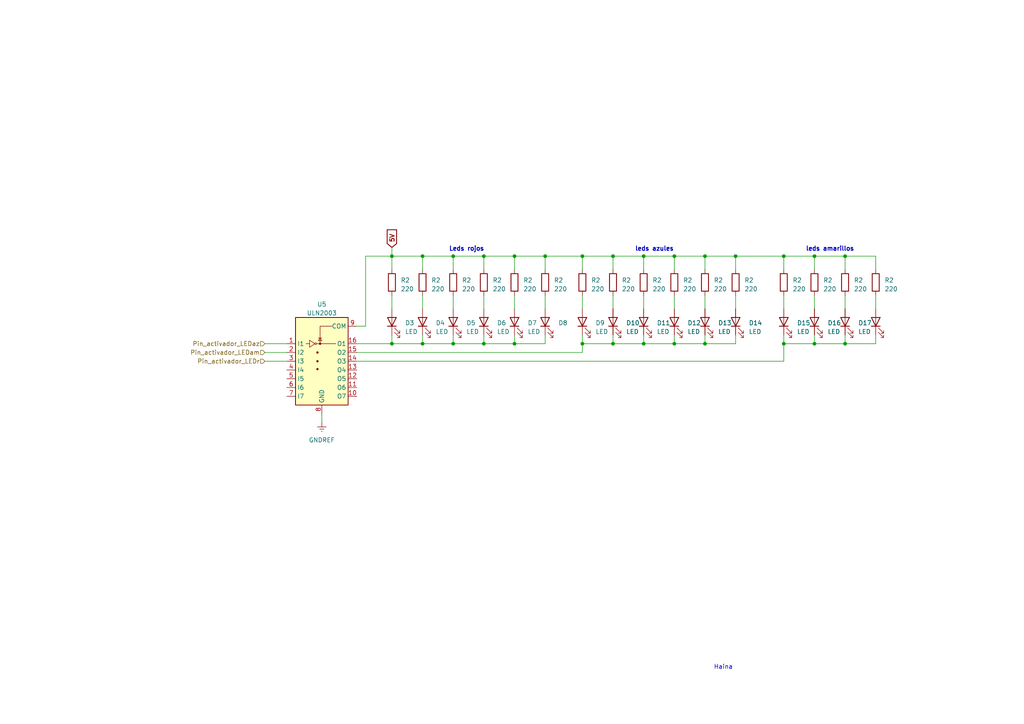
<source format=kicad_sch>
(kicad_sch (version 20230121) (generator eeschema)
  (paper "A4")
  (lib_symbols
    (symbol "Device:LED" (pin_numbers hide) (pin_names (offset 1.016) hide)
      (property "Reference" "D" (at 0 2.54 0))
      (property "Value" "LED" (at 0 -2.54 0))
      (symbol "LED_0_1"
        (polyline (pts (xy -1.27 -1.27) (xy -1.27 1.27)) (stroke (width 0.254)))
        (polyline (pts (xy -1.27 0) (xy 1.27 0)))
        (polyline (pts (xy 1.27 -1.27) (xy 1.27 1.27) (xy -1.27 0) (xy 1.27 -1.27)) (stroke (width 0.254)))
        (polyline (pts (xy -3.048 -0.762) (xy -4.572 -2.286) (xy -3.81 -2.286) (xy -4.572 -2.286) (xy -4.572 -1.524)))
        (polyline (pts (xy -1.778 -0.762) (xy -3.302 -2.286) (xy -2.54 -2.286) (xy -3.302 -2.286) (xy -3.302 -1.524)))
      )
      (symbol "LED_1_1"
        (pin passive line (at -3.81 0 0) (length 2.54) (name "K") (number "1"))
        (pin passive line (at 3.81 0 180) (length 2.54) (name "A") (number "2"))
      )
    )
    (symbol "Device:R" (pin_numbers hide) (pin_names (offset 0))
      (property "Reference" "R" (at 2.032 0 90))
      (property "Value" "R" (at 0 0 90))
      (symbol "R_0_1"
        (rectangle (start -1.016 -2.54) (end 1.016 2.54) (stroke (width 0.254)))
      )
      (symbol "R_1_1"
        (pin passive line (at 0 3.81 270) (length 1.27) (name "~") (number "1"))
        (pin passive line (at 0 -3.81 90) (length 1.27) (name "~") (number "2"))
      )
    )
    (symbol "Transistor_Array:ULN2003"
      (property "Reference" "U" (at 0 15.875 0))
      (property "Value" "ULN2003" (at 0 13.97 0))
      (symbol "ULN2003_0_1"
        (rectangle (start -7.62 -12.7) (end 7.62 12.7) (stroke (width 0.254)) (fill (type background)))
        (circle (center -1.778 5.08) (radius 0.254))
        (circle (center -1.27 -2.286) (radius 0.254) (fill (type outline)))
        (circle (center -1.27 0) (radius 0.254) (fill (type outline)))
        (circle (center -1.27 2.54) (radius 0.254) (fill (type outline)))
        (circle (center -0.508 5.08) (radius 0.254) (fill (type outline)))
        (polyline (pts (xy -4.572 5.08) (xy -3.556 5.08)))
        (polyline (pts (xy -1.524 5.08) (xy 4.064 5.08)))
        (polyline (pts (xy 0 6.731) (xy -1.016 6.731)))
        (polyline (pts (xy -0.508 5.08) (xy -0.508 10.16) (xy 2.921 10.16)))
        (polyline (pts (xy -3.556 6.096) (xy -3.556 4.064) (xy -2.032 5.08) (xy -3.556 6.096)))
        (polyline (pts (xy 0 5.969) (xy -1.016 5.969) (xy -0.508 6.731) (xy 0 5.969)))
      )
      (symbol "ULN2003_1_1"
        (pin input line (at -10.16 5.08 0) (length 2.54) (name "I1") (number "1"))
        (pin open_collector line (at 10.16 -10.16 180) (length 2.54) (name "O7") (number "10"))
        (pin open_collector line (at 10.16 -7.62 180) (length 2.54) (name "O6") (number "11"))
        (pin open_collector line (at 10.16 -5.08 180) (length 2.54) (name "O5") (number "12"))
        (pin open_collector line (at 10.16 -2.54 180) (length 2.54) (name "O4") (number "13"))
        (pin open_collector line (at 10.16 0 180) (length 2.54) (name "O3") (number "14"))
        (pin open_collector line (at 10.16 2.54 180) (length 2.54) (name "O2") (number "15"))
        (pin open_collector line (at 10.16 5.08 180) (length 2.54) (name "O1") (number "16"))
        (pin input line (at -10.16 2.54 0) (length 2.54) (name "I2") (number "2"))
        (pin input line (at -10.16 0 0) (length 2.54) (name "I3") (number "3"))
        (pin input line (at -10.16 -2.54 0) (length 2.54) (name "I4") (number "4"))
        (pin input line (at -10.16 -5.08 0) (length 2.54) (name "I5") (number "5"))
        (pin input line (at -10.16 -7.62 0) (length 2.54) (name "I6") (number "6"))
        (pin input line (at -10.16 -10.16 0) (length 2.54) (name "I7") (number "7"))
        (pin power_in line (at 0 -15.24 90) (length 2.54) (name "GND") (number "8"))
        (pin passive line (at 10.16 10.16 180) (length 2.54) (name "COM") (number "9"))
      )
    )
    (symbol "power:GNDREF" (power) (pin_names (offset 0))
      (property "Value" "GNDREF" (at 0 -3.81 0))
      (symbol "GNDREF_0_1"
        (polyline (pts (xy -0.635 -1.905) (xy 0.635 -1.905)))
        (polyline (pts (xy -0.127 -2.54) (xy 0.127 -2.54)))
        (polyline (pts (xy 0 -1.27) (xy 0 0)))
        (polyline (pts (xy 1.27 -1.27) (xy -1.27 -1.27)))
      )
      (symbol "GNDREF_1_1"
        (pin power_in line (at 0 0 270) (length 0) hide (name "GNDREF") (number "1"))
      )
    )
  )
  (junction (at 131.445 99.695))
  (junction (at 140.335 99.695))
  (junction (at 245.11 74.295))
  (junction (at 113.665 99.695))
  (junction (at 213.36 74.295))
  (junction (at 158.115 74.295))
  (junction (at 131.445 74.295))
  (junction (at 245.11 99.695))
  (junction (at 168.91 74.295))
  (junction (at 204.47 74.295))
  (junction (at 236.22 99.695))
  (junction (at 149.225 74.295))
  (junction (at 236.22 74.295))
  (junction (at 186.69 99.695))
  (junction (at 204.47 99.695))
  (junction (at 227.33 99.695))
  (junction (at 140.335 74.295))
  (junction (at 177.8 74.295))
  (junction (at 227.33 74.295))
  (junction (at 195.58 99.695))
  (junction (at 168.91 99.695))
  (junction (at 122.555 99.695))
  (junction (at 177.8 99.695))
  (junction (at 195.58 74.295))
  (junction (at 149.225 99.695))
  (junction (at 113.665 74.295))
  (junction (at 186.69 74.295))
  (junction (at 122.555 74.295))
  (wire (pts (xy 122.555 85.725) (xy 122.555 89.535)))
  (wire (pts (xy 177.8 74.295) (xy 186.69 74.295)))
  (wire (pts (xy 168.91 85.725) (xy 168.91 89.535)))
  (wire (pts (xy 168.91 97.155) (xy 168.91 99.695)))
  (wire (pts (xy 227.33 74.295) (xy 227.33 78.105)))
  (wire (pts (xy 122.555 74.295) (xy 131.445 74.295)))
  (wire (pts (xy 227.33 74.295) (xy 236.22 74.295)))
  (wire (pts (xy 213.36 97.155) (xy 213.36 99.695)))
  (wire (pts (xy 113.665 99.695) (xy 103.505 99.695)))
  (wire (pts (xy 106.045 94.615) (xy 106.045 74.295)))
  (wire (pts (xy 245.11 97.155) (xy 245.11 99.695)))
  (wire (pts (xy 103.505 102.235) (xy 168.91 102.235)))
  (wire (pts (xy 168.91 99.695) (xy 168.91 102.235)))
  (wire (pts (xy 149.225 74.295) (xy 158.115 74.295)))
  (wire (pts (xy 168.91 74.295) (xy 177.8 74.295)))
  (wire (pts (xy 236.22 74.295) (xy 236.22 78.105)))
  (wire (pts (xy 195.58 85.725) (xy 195.58 89.535)))
  (wire (pts (xy 227.33 97.155) (xy 227.33 99.695)))
  (wire (pts (xy 186.69 99.695) (xy 195.58 99.695)))
  (wire (pts (xy 195.58 74.295) (xy 204.47 74.295)))
  (wire (pts (xy 213.36 74.295) (xy 213.36 78.105)))
  (wire (pts (xy 177.8 97.155) (xy 177.8 99.695)))
  (wire (pts (xy 236.22 85.725) (xy 236.22 89.535)))
  (wire (pts (xy 158.115 97.155) (xy 158.115 99.695)))
  (wire (pts (xy 227.33 85.725) (xy 227.33 89.535)))
  (wire (pts (xy 93.345 120.015) (xy 93.345 122.555)))
  (wire (pts (xy 245.11 85.725) (xy 245.11 89.535)))
  (wire (pts (xy 122.555 74.295) (xy 122.555 78.105)))
  (wire (pts (xy 204.47 97.155) (xy 204.47 99.695)))
  (wire (pts (xy 245.11 74.295) (xy 254 74.295)))
  (wire (pts (xy 245.11 74.295) (xy 245.11 78.105)))
  (wire (pts (xy 103.505 104.775) (xy 227.33 104.775)))
  (wire (pts (xy 177.8 99.695) (xy 186.69 99.695)))
  (wire (pts (xy 195.58 97.155) (xy 195.58 99.695)))
  (wire (pts (xy 204.47 85.725) (xy 204.47 89.535)))
  (wire (pts (xy 186.69 74.295) (xy 186.69 78.105)))
  (wire (pts (xy 131.445 85.725) (xy 131.445 89.535)))
  (wire (pts (xy 140.335 74.295) (xy 149.225 74.295)))
  (wire (pts (xy 131.445 74.295) (xy 131.445 78.105)))
  (wire (pts (xy 236.22 99.695) (xy 227.33 99.695)))
  (wire (pts (xy 113.665 99.695) (xy 122.555 99.695)))
  (wire (pts (xy 254 99.695) (xy 245.11 99.695)))
  (wire (pts (xy 236.22 97.155) (xy 236.22 99.695)))
  (wire (pts (xy 254 85.725) (xy 254 89.535)))
  (wire (pts (xy 245.11 99.695) (xy 236.22 99.695)))
  (wire (pts (xy 158.115 85.725) (xy 158.115 89.535)))
  (wire (pts (xy 158.115 74.295) (xy 158.115 78.105)))
  (wire (pts (xy 236.22 74.295) (xy 245.11 74.295)))
  (wire (pts (xy 186.69 85.725) (xy 186.69 89.535)))
  (wire (pts (xy 140.335 74.295) (xy 140.335 78.105)))
  (wire (pts (xy 227.33 104.775) (xy 227.33 99.695)))
  (wire (pts (xy 168.91 99.695) (xy 177.8 99.695)))
  (wire (pts (xy 140.335 85.725) (xy 140.335 89.535)))
  (wire (pts (xy 177.8 85.725) (xy 177.8 89.535)))
  (wire (pts (xy 186.69 74.295) (xy 195.58 74.295)))
  (wire (pts (xy 254 74.295) (xy 254 78.105)))
  (wire (pts (xy 76.835 102.235) (xy 83.185 102.235)))
  (wire (pts (xy 149.225 99.695) (xy 140.335 99.695)))
  (wire (pts (xy 204.47 74.295) (xy 213.36 74.295)))
  (wire (pts (xy 113.665 74.295) (xy 113.665 78.105)))
  (wire (pts (xy 106.045 74.295) (xy 113.665 74.295)))
  (wire (pts (xy 149.225 97.155) (xy 149.225 99.695)))
  (wire (pts (xy 158.115 99.695) (xy 149.225 99.695)))
  (wire (pts (xy 149.225 74.295) (xy 149.225 78.105)))
  (wire (pts (xy 204.47 74.295) (xy 204.47 78.105)))
  (wire (pts (xy 103.505 94.615) (xy 106.045 94.615)))
  (wire (pts (xy 140.335 97.155) (xy 140.335 99.695)))
  (wire (pts (xy 113.665 85.725) (xy 113.665 89.535)))
  (wire (pts (xy 227.33 74.295) (xy 213.36 74.295)))
  (wire (pts (xy 113.665 74.295) (xy 122.555 74.295)))
  (wire (pts (xy 195.58 99.695) (xy 204.47 99.695)))
  (wire (pts (xy 76.835 104.775) (xy 83.185 104.775)))
  (wire (pts (xy 213.36 99.695) (xy 204.47 99.695)))
  (wire (pts (xy 168.91 74.295) (xy 168.91 78.105)))
  (wire (pts (xy 177.8 74.295) (xy 177.8 78.105)))
  (wire (pts (xy 254 97.155) (xy 254 99.695)))
  (wire (pts (xy 131.445 97.155) (xy 131.445 99.695)))
  (wire (pts (xy 113.665 71.755) (xy 113.665 74.295)))
  (wire (pts (xy 149.225 85.725) (xy 149.225 89.535)))
  (wire (pts (xy 195.58 74.295) (xy 195.58 78.105)))
  (wire (pts (xy 113.665 97.155) (xy 113.665 99.695)))
  (wire (pts (xy 168.91 74.295) (xy 158.115 74.295)))
  (wire (pts (xy 76.835 99.695) (xy 83.185 99.695)))
  (wire (pts (xy 213.36 85.725) (xy 213.36 89.535)))
  (wire (pts (xy 131.445 74.295) (xy 140.335 74.295)))
  (wire (pts (xy 140.335 99.695) (xy 131.445 99.695)))
  (wire (pts (xy 131.445 99.695) (xy 122.555 99.695)))
  (wire (pts (xy 186.69 99.695) (xy 186.69 97.155)))
  (wire (pts (xy 122.555 97.155) (xy 122.555 99.695)))
  (text "leds amarillos" (at 233.68 73.025 0) (effects (font (size 1.27 1.27) bold) (justify left bottom)))
  (text "Haina" (at 207.01 194.31 0) (effects (font (size 1.27 1.27)) (justify left bottom)))
  (text "Leds rojos" (at 130.175 73.025 0) (effects (font (size 1.27 1.27) bold) (justify left bottom)))
  (text "leds azules" (at 184.15 73.025 0) (effects (font (size 1.27 1.27) bold) (justify left bottom)))
  (global_label "5V" (shape input) (at 113.665 71.755 90) (effects (font bold)) (property "Intersheetrefs" "${INTERSHEET_REFS}" (effects hide)))
  (hierarchical_label "Pin_activador_LEDam" (shape input) (at 76.835 102.235 180))
  (hierarchical_label "Pin_activador_LEDr" (shape input) (at 76.835 104.775 180))
  (hierarchical_label "Pin_activador_LEDaz" (shape input) (at 76.835 99.695 180))
  (symbol (lib_id "Device:R") (at 113.665 81.915 0) (unit 1)
    (property "Reference" "R2" (at 116.205 81.28 0) (effects (justify left)))
    (property "Value" "220" (at 116.205 83.82 0) (effects (justify left)))
    (property "Footprint" "Resistor_SMD:R_0603_1608Metric" (effects hide))
    (instances (project "KISS_V2" (path "" (reference "R2") (unit 1)) (path "" (reference "R6") (unit 1))))
  )
  (symbol (lib_id "Device:LED") (at 113.665 93.345 90) (unit 1)
    (property "Reference" "D3" (at 117.475 93.6624 90) (effects (justify right)))
    (property "Value" "LED" (at 117.475 96.2024 90) (effects (justify right)))
    (property "Footprint" "LED_SMD:LED_1206_3216Metric" (effects hide))
    (instances (project "KISS_V2" (path "" (reference "D3") (unit 1))) (project "driver" (path "" (reference "D?") (unit 1))))
  )
  (symbol (lib_id "Device:LED") (at 131.445 93.345 90) (unit 1)
    (property "Reference" "D5" (at 135.255 93.6624 90) (effects (justify right)))
    (property "Value" "LED" (at 135.255 96.2024 90) (effects (justify right)))
    (property "Footprint" "LED_SMD:LED_1206_3216Metric" (effects hide))
    (instances (project "KISS_V2" (path "" (reference "D5") (unit 1))) (project "driver" (path "" (reference "D?") (unit 1))))
  )
  (symbol (lib_id "Device:LED") (at 245.11 93.345 90) (unit 1)
    (property "Reference" "D17" (at 248.92 93.6624 90) (effects (justify right)))
    (property "Value" "LED" (at 248.92 96.2024 90) (effects (justify right)))
    (property "Footprint" "LED_SMD:LED_1206_3216Metric" (effects hide))
    (instances (project "KISS_V2" (path "" (reference "D17") (unit 1))) (project "driver" (path "" (reference "D?") (unit 1))))
  )
  (symbol (lib_id "power:GNDREF") (at 93.345 122.555 0) (unit 1)
    (property "Reference" "#PWR09" (effects hide))
    (property "Value" "GNDREF" (at 89.535 127.635 0) (effects (justify left)))
    (instances (project "KISS_V2" (path "" (reference "#PWR09") (unit 1))) (project "driver" (path "" (reference "#PWR?") (unit 1))))
  )
  (symbol (lib_id "Device:R") (at 204.47 81.915 0) (unit 1)
    (property "Reference" "R2" (at 207.01 81.28 0) (effects (justify left)))
    (property "Value" "220" (at 207.01 83.82 0) (effects (justify left)))
    (property "Footprint" "Resistor_SMD:R_0603_1608Metric" (effects hide))
    (instances (project "KISS_V2" (path "" (reference "R2") (unit 1)) (path "" (reference "R16") (unit 1))))
  )
  (symbol (lib_id "Device:R") (at 177.8 81.915 0) (unit 1)
    (property "Reference" "R2" (at 180.34 81.28 0) (effects (justify left)))
    (property "Value" "220" (at 180.34 83.82 0) (effects (justify left)))
    (property "Footprint" "Resistor_SMD:R_0603_1608Metric" (effects hide))
    (instances (project "KISS_V2" (path "" (reference "R2") (unit 1)) (path "" (reference "R13") (unit 1))))
  )
  (symbol (lib_id "Device:LED") (at 168.91 93.345 90) (unit 1)
    (property "Reference" "D9" (at 172.72 93.6624 90) (effects (justify right)))
    (property "Value" "LED" (at 172.72 96.2024 90) (effects (justify right)))
    (property "Footprint" "LED_SMD:LED_1206_3216Metric" (effects hide))
    (instances (project "KISS_V2" (path "" (reference "D9") (unit 1))) (project "driver" (path "" (reference "D?") (unit 1))))
  )
  (symbol (lib_id "Device:LED") (at 204.47 93.345 90) (unit 1)
    (property "Reference" "D13" (at 208.28 93.6624 90) (effects (justify right)))
    (property "Value" "LED" (at 208.28 96.2024 90) (effects (justify right)))
    (property "Footprint" "LED_SMD:LED_1206_3216Metric" (effects hide))
    (instances (project "KISS_V2" (path "" (reference "D13") (unit 1))) (project "driver" (path "" (reference "D?") (unit 1))))
  )
  (symbol (lib_id "Device:LED") (at 149.225 93.345 90) (unit 1)
    (property "Reference" "D7" (at 153.035 93.6624 90) (effects (justify right)))
    (property "Value" "LED" (at 153.035 96.2024 90) (effects (justify right)))
    (property "Footprint" "LED_SMD:LED_1206_3216Metric" (effects hide))
    (instances (project "KISS_V2" (path "" (reference "D7") (unit 1))) (project "driver" (path "" (reference "D?") (unit 1))))
  )
  (symbol (lib_id "Device:R") (at 131.445 81.915 0) (unit 1)
    (property "Reference" "R2" (at 133.985 81.28 0) (effects (justify left)))
    (property "Value" "220" (at 133.985 83.82 0) (effects (justify left)))
    (property "Footprint" "Resistor_SMD:R_0603_1608Metric" (effects hide))
    (instances (project "KISS_V2" (path "" (reference "R2") (unit 1)) (path "" (reference "R8") (unit 1))))
  )
  (symbol (lib_id "Device:R") (at 140.335 81.915 0) (unit 1)
    (property "Reference" "R2" (at 142.875 81.28 0) (effects (justify left)))
    (property "Value" "220" (at 142.875 83.82 0) (effects (justify left)))
    (property "Footprint" "Resistor_SMD:R_0603_1608Metric" (effects hide))
    (instances (project "KISS_V2" (path "" (reference "R2") (unit 1)) (path "" (reference "R9") (unit 1))))
  )
  (symbol (lib_id "Device:R") (at 149.225 81.915 0) (unit 1)
    (property "Reference" "R2" (at 151.765 81.28 0) (effects (justify left)))
    (property "Value" "220" (at 151.765 83.82 0) (effects (justify left)))
    (property "Footprint" "Resistor_SMD:R_0603_1608Metric" (effects hide))
    (instances (project "KISS_V2" (path "" (reference "R2") (unit 1)) (path "" (reference "R10") (unit 1))))
  )
  (symbol (lib_id "Device:R") (at 186.69 81.915 0) (unit 1)
    (property "Reference" "R2" (at 189.23 81.28 0) (effects (justify left)))
    (property "Value" "220" (at 189.23 83.82 0) (effects (justify left)))
    (property "Footprint" "Resistor_SMD:R_0603_1608Metric" (effects hide))
    (instances (project "KISS_V2" (path "" (reference "R2") (unit 1)) (path "" (reference "R14") (unit 1))))
  )
  (symbol (lib_id "Device:R") (at 122.555 81.915 0) (unit 1)
    (property "Reference" "R2" (at 125.095 81.28 0) (effects (justify left)))
    (property "Value" "220" (at 125.095 83.82 0) (effects (justify left)))
    (property "Footprint" "Resistor_SMD:R_0603_1608Metric" (effects hide))
    (instances (project "KISS_V2" (path "" (reference "R2") (unit 1)) (path "" (reference "R7") (unit 1))))
  )
  (symbol (lib_id "Device:LED") (at 158.115 93.345 90) (unit 1)
    (property "Reference" "D8" (at 161.925 93.6624 90) (effects (justify right)))
    (property "Value" "LED" (effects hide))
    (property "Footprint" "LED_SMD:LED_1206_3216Metric" (effects hide))
    (instances (project "KISS_V2" (path "" (reference "D8") (unit 1))) (project "driver" (path "" (reference "D?") (unit 1))))
  )
  (symbol (lib_id "Device:R") (at 227.33 81.915 0) (unit 1)
    (property "Reference" "R2" (at 229.87 81.28 0) (effects (justify left)))
    (property "Value" "220" (at 229.87 83.82 0) (effects (justify left)))
    (property "Footprint" "Resistor_SMD:R_0603_1608Metric" (effects hide))
    (instances (project "KISS_V2" (path "" (reference "R2") (unit 1)) (path "" (reference "R18") (unit 1))))
  )
  (symbol (lib_id "Device:LED") (at 236.22 93.345 90) (unit 1)
    (property "Reference" "D16" (at 240.03 93.6624 90) (effects (justify right)))
    (property "Value" "LED" (at 240.03 96.2024 90) (effects (justify right)))
    (property "Footprint" "LED_SMD:LED_1206_3216Metric" (effects hide))
    (instances (project "KISS_V2" (path "" (reference "D16") (unit 1))) (project "driver" (path "" (reference "D?") (unit 1))))
  )
  (symbol (lib_id "Device:R") (at 236.22 81.915 0) (unit 1)
    (property "Reference" "R2" (at 238.76 81.28 0) (effects (justify left)))
    (property "Value" "220" (at 238.76 83.82 0) (effects (justify left)))
    (property "Footprint" "Resistor_SMD:R_0603_1608Metric" (effects hide))
    (instances (project "KISS_V2" (path "" (reference "R2") (unit 1)) (path "" (reference "R19") (unit 1))))
  )
  (symbol (lib_id "Device:LED") (at 177.8 93.345 90) (unit 1)
    (property "Reference" "D10" (at 181.61 93.6624 90) (effects (justify right)))
    (property "Value" "LED" (at 181.61 96.2024 90) (effects (justify right)))
    (property "Footprint" "LED_SMD:LED_1206_3216Metric" (effects hide))
    (instances (project "KISS_V2" (path "" (reference "D10") (unit 1))) (project "driver" (path "" (reference "D?") (unit 1))))
  )
  (symbol (lib_id "Device:LED") (at 195.58 93.345 90) (unit 1)
    (property "Reference" "D12" (at 199.39 93.6624 90) (effects (justify right)))
    (property "Value" "LED" (at 199.39 96.2024 90) (effects (justify right)))
    (property "Footprint" "LED_SMD:LED_1206_3216Metric" (effects hide))
    (instances (project "KISS_V2" (path "" (reference "D12") (unit 1))) (project "driver" (path "" (reference "D?") (unit 1))))
  )
  (symbol (lib_id "Transistor_Array:ULN2003") (at 93.345 104.775 0) (unit 1)
    (property "Reference" "U5" (at 93.345 88.265 0))
    (property "Value" "ULN2003" (at 93.345 90.805 0))
    (property "Footprint" "Package_SO:SOIC-16_4.55x10.3mm_P1.27mm" (effects hide))
    (property "Datasheet" "http://www.ti.com/lit/ds/symlink/uln2003a.pdf" (effects hide))
  )
  (symbol (lib_id "Device:LED") (at 213.36 93.345 90) (unit 1)
    (property "Reference" "D14" (at 217.17 93.6624 90) (effects (justify right)))
    (property "Value" "LED" (at 217.17 96.2024 90) (effects (justify right)))
    (property "Footprint" "LED_SMD:LED_1206_3216Metric" (effects hide))
    (instances (project "KISS_V2" (path "" (reference "D14") (unit 1))) (project "driver" (path "" (reference "D?") (unit 1))))
  )
  (symbol (lib_id "Device:R") (at 195.58 81.915 0) (unit 1)
    (property "Reference" "R2" (at 198.12 81.28 0) (effects (justify left)))
    (property "Value" "220" (at 198.12 83.82 0) (effects (justify left)))
    (property "Footprint" "Resistor_SMD:R_0603_1608Metric" (effects hide))
    (instances (project "KISS_V2" (path "" (reference "R2") (unit 1)) (path "" (reference "R15") (unit 1))))
  )
  (symbol (lib_id "Device:LED") (at 122.555 93.345 90) (unit 1)
    (property "Reference" "D4" (at 126.365 93.6624 90) (effects (justify right)))
    (property "Value" "LED" (at 126.365 96.2024 90) (effects (justify right)))
    (property "Footprint" "LED_SMD:LED_1206_3216Metric" (effects hide))
    (instances (project "KISS_V2" (path "" (reference "D4") (unit 1))) (project "driver" (path "" (reference "D?") (unit 1))))
  )
  (symbol (lib_id "Device:LED") (at 254 93.345 90) (unit 1)
    (property "Reference" "D18" (effects hide))
    (property "Value" "LED" (effects hide))
    (property "Footprint" "LED_SMD:LED_1206_3216Metric" (effects hide))
    (instances (project "KISS_V2" (path "" (reference "D18") (unit 1))) (project "driver" (path "" (reference "D?") (unit 1))))
  )
  (symbol (lib_id "Device:LED") (at 186.69 93.345 90) (unit 1)
    (property "Reference" "D11" (at 190.5 93.6624 90) (effects (justify right)))
    (property "Value" "LED" (at 190.5 96.2024 90) (effects (justify right)))
    (property "Footprint" "LED_SMD:LED_1206_3216Metric" (effects hide))
    (instances (project "KISS_V2" (path "" (reference "D11") (unit 1))) (project "driver" (path "" (reference "D?") (unit 1))))
  )
  (symbol (lib_id "Device:R") (at 158.115 81.915 0) (unit 1)
    (property "Reference" "R2" (at 160.655 81.28 0) (effects (justify left)))
    (property "Value" "220" (at 160.655 83.82 0) (effects (justify left)))
    (property "Footprint" "Resistor_SMD:R_0603_1608Metric" (effects hide))
    (instances (project "KISS_V2" (path "" (reference "R2") (unit 1)) (path "" (reference "R11") (unit 1))))
  )
  (symbol (lib_id "Device:R") (at 245.11 81.915 0) (unit 1)
    (property "Reference" "R2" (at 247.65 81.28 0) (effects (justify left)))
    (property "Value" "220" (at 247.65 83.82 0) (effects (justify left)))
    (property "Footprint" "Resistor_SMD:R_0603_1608Metric" (effects hide))
    (instances (project "KISS_V2" (path "" (reference "R2") (unit 1)) (path "" (reference "R20") (unit 1))))
  )
  (symbol (lib_id "Device:LED") (at 140.335 93.345 90) (unit 1)
    (property "Reference" "D6" (at 144.145 93.6624 90) (effects (justify right)))
    (property "Value" "LED" (at 144.145 96.2024 90) (effects (justify right)))
    (property "Footprint" "LED_SMD:LED_1206_3216Metric" (effects hide))
    (instances (project "KISS_V2" (path "" (reference "D6") (unit 1))) (project "driver" (path "" (reference "D?") (unit 1))))
  )
  (symbol (lib_id "Device:R") (at 254 81.915 0) (unit 1)
    (property "Reference" "R2" (at 256.54 81.28 0) (effects (justify left)))
    (property "Value" "220" (at 256.54 83.82 0) (effects (justify left)))
    (property "Footprint" "Resistor_SMD:R_0603_1608Metric" (effects hide))
    (instances (project "KISS_V2" (path "" (reference "R2") (unit 1)) (path "" (reference "R21") (unit 1))))
  )
  (symbol (lib_id "Device:R") (at 168.91 81.915 0) (unit 1)
    (property "Reference" "R2" (at 171.45 81.28 0) (effects (justify left)))
    (property "Value" "220" (at 171.45 83.82 0) (effects (justify left)))
    (property "Footprint" "Resistor_SMD:R_0603_1608Metric" (effects hide))
    (instances (project "KISS_V2" (path "" (reference "R2") (unit 1)) (path "" (reference "R12") (unit 1))))
  )
  (symbol (lib_id "Device:R") (at 213.36 81.915 0) (unit 1)
    (property "Reference" "R2" (at 215.9 81.28 0) (effects (justify left)))
    (property "Value" "220" (at 215.9 83.82 0) (effects (justify left)))
    (property "Footprint" "Resistor_SMD:R_0603_1608Metric" (effects hide))
    (instances (project "KISS_V2" (path "" (reference "R2") (unit 1)) (path "" (reference "R17") (unit 1))))
  )
  (symbol (lib_id "Device:LED") (at 227.33 93.345 90) (unit 1)
    (property "Reference" "D15" (at 231.14 93.6624 90) (effects (justify right)))
    (property "Value" "LED" (at 231.14 96.2024 90) (effects (justify right)))
    (property "Footprint" "LED_SMD:LED_1206_3216Metric" (effects hide))
    (instances (project "KISS_V2" (path "" (reference "D15") (unit 1))) (project "driver" (path "" (reference "D?") (unit 1))))
  )
)
</source>
